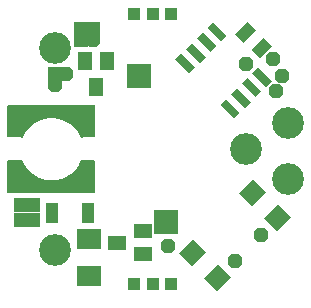
<source format=gts>
G75*
%MOIN*%
%OFA0B0*%
%FSLAX25Y25*%
%IPPOS*%
%LPD*%
%AMOC8*
5,1,8,0,0,1.08239X$1,22.5*
%
%ADD10R,0.05600X0.05600*%
%ADD11C,0.00500*%
%ADD12C,0.00160*%
%ADD13R,0.08080X0.08474*%
%ADD14R,0.04537X0.06112*%
%ADD15R,0.06899X0.06112*%
%ADD16C,0.10600*%
%ADD17R,0.06112X0.04537*%
%ADD18R,0.04143X0.06899*%
%ADD19R,0.04143X0.05718*%
%ADD20R,0.02765X0.06506*%
%ADD21R,0.08080X0.06899*%
%ADD22R,0.04756X0.04756*%
%ADD23OC8,0.04756*%
%ADD24R,0.04362X0.04362*%
D10*
X0039561Y0047189D03*
X0039561Y0070811D03*
D11*
X0042120Y0070793D02*
X0013380Y0070793D01*
X0013380Y0070295D02*
X0042120Y0070295D01*
X0042120Y0069796D02*
X0026709Y0069796D01*
X0026444Y0069838D02*
X0025121Y0069830D01*
X0023818Y0069604D01*
X0022569Y0069168D01*
X0021409Y0068533D01*
X0020369Y0067716D01*
X0019477Y0066739D01*
X0018757Y0065629D01*
X0018229Y0064417D01*
X0017907Y0063134D01*
X0013380Y0063134D01*
X0013380Y0073370D01*
X0042120Y0073370D01*
X0042120Y0063134D01*
X0037593Y0063134D01*
X0037230Y0064391D01*
X0036676Y0065576D01*
X0035942Y0066660D01*
X0035049Y0067616D01*
X0034017Y0068420D01*
X0032871Y0069053D01*
X0031641Y0069499D01*
X0030356Y0069747D01*
X0029049Y0069791D01*
X0027750Y0069630D01*
X0026444Y0069838D01*
X0024927Y0069796D02*
X0013380Y0069796D01*
X0013380Y0069298D02*
X0022941Y0069298D01*
X0021896Y0068799D02*
X0013380Y0068799D01*
X0013380Y0068301D02*
X0021114Y0068301D01*
X0020479Y0067802D02*
X0013380Y0067802D01*
X0013380Y0067303D02*
X0019993Y0067303D01*
X0019537Y0066805D02*
X0013380Y0066805D01*
X0013380Y0066306D02*
X0019197Y0066306D01*
X0018873Y0065808D02*
X0013380Y0065808D01*
X0013380Y0065309D02*
X0018618Y0065309D01*
X0018401Y0064811D02*
X0013380Y0064811D01*
X0013380Y0064312D02*
X0018203Y0064312D01*
X0018078Y0063814D02*
X0013380Y0063814D01*
X0013380Y0063315D02*
X0017953Y0063315D01*
X0017907Y0054866D02*
X0013380Y0054866D01*
X0013380Y0044630D01*
X0042120Y0044630D01*
X0042120Y0054866D01*
X0037593Y0054866D01*
X0037271Y0053583D01*
X0036743Y0052371D01*
X0036023Y0051261D01*
X0035131Y0050284D01*
X0034091Y0049467D01*
X0032931Y0048832D01*
X0031682Y0048396D01*
X0030379Y0048170D01*
X0029056Y0048162D01*
X0027750Y0048370D01*
X0026451Y0048209D01*
X0025144Y0048253D01*
X0023859Y0048501D01*
X0022629Y0048947D01*
X0021483Y0049580D01*
X0020451Y0050384D01*
X0019558Y0051340D01*
X0018824Y0052424D01*
X0018270Y0053609D01*
X0017907Y0054866D01*
X0017915Y0054841D02*
X0013380Y0054841D01*
X0013380Y0054342D02*
X0018058Y0054342D01*
X0018202Y0053844D02*
X0013380Y0053844D01*
X0013380Y0053345D02*
X0018393Y0053345D01*
X0018626Y0052847D02*
X0013380Y0052847D01*
X0013380Y0052348D02*
X0018875Y0052348D01*
X0019213Y0051850D02*
X0013380Y0051850D01*
X0013380Y0051351D02*
X0019550Y0051351D01*
X0020013Y0050853D02*
X0013380Y0050853D01*
X0013380Y0050354D02*
X0020489Y0050354D01*
X0021129Y0049856D02*
X0013380Y0049856D01*
X0013380Y0049357D02*
X0021886Y0049357D01*
X0022872Y0048859D02*
X0013380Y0048859D01*
X0013380Y0048360D02*
X0024588Y0048360D01*
X0027669Y0048360D02*
X0027813Y0048360D01*
X0031475Y0048360D02*
X0042120Y0048360D01*
X0042120Y0047862D02*
X0013380Y0047862D01*
X0013380Y0047363D02*
X0042120Y0047363D01*
X0042120Y0046865D02*
X0013380Y0046865D01*
X0013380Y0046366D02*
X0042120Y0046366D01*
X0042120Y0045868D02*
X0013380Y0045868D01*
X0013380Y0045369D02*
X0042120Y0045369D01*
X0042120Y0044870D02*
X0013380Y0044870D01*
X0032979Y0048859D02*
X0042120Y0048859D01*
X0042120Y0049357D02*
X0033889Y0049357D01*
X0034585Y0049856D02*
X0042120Y0049856D01*
X0042120Y0050354D02*
X0035194Y0050354D01*
X0035650Y0050853D02*
X0042120Y0050853D01*
X0042120Y0051351D02*
X0036081Y0051351D01*
X0036405Y0051850D02*
X0042120Y0051850D01*
X0042120Y0052348D02*
X0036728Y0052348D01*
X0036950Y0052847D02*
X0042120Y0052847D01*
X0042120Y0053345D02*
X0037167Y0053345D01*
X0037336Y0053844D02*
X0042120Y0053844D01*
X0042120Y0054342D02*
X0037461Y0054342D01*
X0037586Y0054841D02*
X0042120Y0054841D01*
X0042120Y0063315D02*
X0037540Y0063315D01*
X0037397Y0063814D02*
X0042120Y0063814D01*
X0042120Y0064312D02*
X0037253Y0064312D01*
X0037034Y0064811D02*
X0042120Y0064811D01*
X0042120Y0065309D02*
X0036801Y0065309D01*
X0036519Y0065808D02*
X0042120Y0065808D01*
X0042120Y0066306D02*
X0036182Y0066306D01*
X0035807Y0066805D02*
X0042120Y0066805D01*
X0042120Y0067303D02*
X0035341Y0067303D01*
X0034810Y0067802D02*
X0042120Y0067802D01*
X0042120Y0068301D02*
X0034170Y0068301D01*
X0033331Y0068799D02*
X0042120Y0068799D01*
X0042120Y0069298D02*
X0032197Y0069298D01*
X0042120Y0071292D02*
X0013380Y0071292D01*
X0013380Y0071790D02*
X0042120Y0071790D01*
X0042120Y0072289D02*
X0013380Y0072289D01*
X0013380Y0072787D02*
X0042120Y0072787D01*
X0042120Y0073286D02*
X0013380Y0073286D01*
D12*
X0016646Y0054357D02*
X0017973Y0054915D01*
X0018078Y0054677D01*
X0018190Y0054442D01*
X0018306Y0054210D01*
X0018429Y0053981D01*
X0018557Y0053755D01*
X0018691Y0053532D01*
X0018830Y0053312D01*
X0018974Y0053096D01*
X0019124Y0052883D01*
X0019278Y0052674D01*
X0019438Y0052469D01*
X0019603Y0052268D01*
X0019772Y0052071D01*
X0019946Y0051878D01*
X0020125Y0051690D01*
X0020309Y0051506D01*
X0020497Y0051326D01*
X0020689Y0051151D01*
X0020886Y0050981D01*
X0021086Y0050816D01*
X0021291Y0050655D01*
X0021499Y0050500D01*
X0021711Y0050350D01*
X0021927Y0050204D01*
X0022146Y0050065D01*
X0022368Y0049930D01*
X0022594Y0049802D01*
X0022823Y0049678D01*
X0023055Y0049560D01*
X0023289Y0049448D01*
X0023526Y0049342D01*
X0023766Y0049242D01*
X0024008Y0049147D01*
X0024253Y0049058D01*
X0024499Y0048976D01*
X0024747Y0048899D01*
X0024998Y0048829D01*
X0025249Y0048764D01*
X0025503Y0048706D01*
X0025757Y0048654D01*
X0026013Y0048608D01*
X0026270Y0048568D01*
X0026528Y0048535D01*
X0026787Y0048508D01*
X0027046Y0048487D01*
X0027305Y0048473D01*
X0027565Y0048465D01*
X0027825Y0048463D01*
X0028085Y0048468D01*
X0028344Y0048479D01*
X0028604Y0048496D01*
X0028863Y0048520D01*
X0029121Y0048550D01*
X0029378Y0048586D01*
X0029635Y0048628D01*
X0029890Y0048677D01*
X0030144Y0048732D01*
X0030397Y0048793D01*
X0030648Y0048860D01*
X0030897Y0048934D01*
X0031145Y0049013D01*
X0031390Y0049099D01*
X0031633Y0049190D01*
X0031875Y0049287D01*
X0032113Y0049390D01*
X0032349Y0049499D01*
X0032582Y0049614D01*
X0032813Y0049734D01*
X0033040Y0049860D01*
X0033264Y0049992D01*
X0033485Y0050128D01*
X0033703Y0050271D01*
X0033917Y0050418D01*
X0034127Y0050571D01*
X0034334Y0050728D01*
X0034537Y0050891D01*
X0034735Y0051059D01*
X0034930Y0051231D01*
X0035120Y0051408D01*
X0035306Y0051590D01*
X0035488Y0051776D01*
X0035664Y0051967D01*
X0035837Y0052161D01*
X0036004Y0052360D01*
X0036166Y0052563D01*
X0036324Y0052770D01*
X0036476Y0052981D01*
X0036623Y0053195D01*
X0036765Y0053413D01*
X0036901Y0053634D01*
X0037033Y0053858D01*
X0037158Y0054086D01*
X0037278Y0054317D01*
X0037392Y0054550D01*
X0037501Y0054786D01*
X0037604Y0055025D01*
X0038937Y0054482D01*
X0038821Y0054210D01*
X0038698Y0053942D01*
X0038568Y0053677D01*
X0038432Y0053415D01*
X0038290Y0053156D01*
X0038141Y0052901D01*
X0037986Y0052649D01*
X0037825Y0052402D01*
X0037658Y0052158D01*
X0037485Y0051919D01*
X0037307Y0051684D01*
X0037122Y0051453D01*
X0036932Y0051227D01*
X0036737Y0051006D01*
X0036536Y0050789D01*
X0036330Y0050578D01*
X0036119Y0050371D01*
X0035903Y0050170D01*
X0035682Y0049974D01*
X0035457Y0049783D01*
X0035227Y0049598D01*
X0034992Y0049419D01*
X0034753Y0049246D01*
X0034510Y0049078D01*
X0034263Y0048916D01*
X0034012Y0048761D01*
X0033757Y0048611D01*
X0033499Y0048468D01*
X0033237Y0048331D01*
X0032972Y0048201D01*
X0032704Y0048077D01*
X0032433Y0047960D01*
X0032159Y0047849D01*
X0031883Y0047745D01*
X0031604Y0047648D01*
X0031323Y0047558D01*
X0031040Y0047475D01*
X0030755Y0047398D01*
X0030468Y0047329D01*
X0030179Y0047266D01*
X0029889Y0047211D01*
X0029598Y0047163D01*
X0029305Y0047121D01*
X0029012Y0047087D01*
X0028718Y0047061D01*
X0028423Y0047041D01*
X0028128Y0047028D01*
X0027833Y0047023D01*
X0027538Y0047025D01*
X0027243Y0047034D01*
X0026948Y0047051D01*
X0026653Y0047074D01*
X0026360Y0047105D01*
X0026067Y0047143D01*
X0025775Y0047188D01*
X0025484Y0047240D01*
X0025195Y0047299D01*
X0024907Y0047365D01*
X0024621Y0047439D01*
X0024337Y0047519D01*
X0024055Y0047606D01*
X0023775Y0047700D01*
X0023498Y0047801D01*
X0023223Y0047908D01*
X0022950Y0048022D01*
X0022681Y0048143D01*
X0022414Y0048271D01*
X0022151Y0048404D01*
X0021891Y0048545D01*
X0021635Y0048691D01*
X0021382Y0048844D01*
X0021133Y0049003D01*
X0020888Y0049168D01*
X0020648Y0049338D01*
X0020411Y0049515D01*
X0020179Y0049697D01*
X0019951Y0049885D01*
X0019728Y0050079D01*
X0019510Y0050278D01*
X0019296Y0050482D01*
X0019088Y0050691D01*
X0018885Y0050905D01*
X0018687Y0051125D01*
X0018495Y0051349D01*
X0018308Y0051577D01*
X0018126Y0051810D01*
X0017951Y0052048D01*
X0017781Y0052289D01*
X0017617Y0052535D01*
X0017460Y0052785D01*
X0017308Y0053038D01*
X0017163Y0053295D01*
X0017024Y0053556D01*
X0016891Y0053819D01*
X0016765Y0054086D01*
X0016645Y0054356D01*
X0016785Y0054415D01*
X0016903Y0054148D01*
X0017027Y0053885D01*
X0017158Y0053624D01*
X0017296Y0053367D01*
X0017439Y0053113D01*
X0017589Y0052863D01*
X0017744Y0052616D01*
X0017906Y0052374D01*
X0018074Y0052135D01*
X0018247Y0051901D01*
X0018426Y0051671D01*
X0018611Y0051445D01*
X0018801Y0051224D01*
X0018996Y0051007D01*
X0019197Y0050796D01*
X0019402Y0050589D01*
X0019613Y0050388D01*
X0019829Y0050191D01*
X0020049Y0050000D01*
X0020274Y0049815D01*
X0020503Y0049635D01*
X0020737Y0049460D01*
X0020975Y0049292D01*
X0021217Y0049129D01*
X0021462Y0048972D01*
X0021712Y0048821D01*
X0021965Y0048676D01*
X0022222Y0048538D01*
X0022482Y0048406D01*
X0022745Y0048280D01*
X0023011Y0048161D01*
X0023280Y0048048D01*
X0023551Y0047942D01*
X0023825Y0047842D01*
X0024102Y0047750D01*
X0024380Y0047664D01*
X0024661Y0047584D01*
X0024943Y0047512D01*
X0025227Y0047447D01*
X0025513Y0047388D01*
X0025800Y0047337D01*
X0026088Y0047292D01*
X0026377Y0047255D01*
X0026667Y0047225D01*
X0026958Y0047201D01*
X0027249Y0047185D01*
X0027541Y0047176D01*
X0027832Y0047174D01*
X0028124Y0047179D01*
X0028415Y0047192D01*
X0028706Y0047211D01*
X0028996Y0047238D01*
X0029286Y0047271D01*
X0029575Y0047312D01*
X0029862Y0047360D01*
X0030149Y0047414D01*
X0030434Y0047476D01*
X0030717Y0047544D01*
X0030999Y0047620D01*
X0031278Y0047702D01*
X0031556Y0047791D01*
X0031831Y0047887D01*
X0032104Y0047990D01*
X0032375Y0048099D01*
X0032642Y0048215D01*
X0032907Y0048337D01*
X0033168Y0048466D01*
X0033427Y0048601D01*
X0033682Y0048742D01*
X0033933Y0048890D01*
X0034181Y0049043D01*
X0034425Y0049203D01*
X0034665Y0049368D01*
X0034901Y0049540D01*
X0035133Y0049717D01*
X0035360Y0049899D01*
X0035583Y0050088D01*
X0035801Y0050281D01*
X0036014Y0050480D01*
X0036223Y0050684D01*
X0036426Y0050893D01*
X0036624Y0051106D01*
X0036817Y0051325D01*
X0037005Y0051548D01*
X0037187Y0051776D01*
X0037363Y0052008D01*
X0037534Y0052245D01*
X0037699Y0052485D01*
X0037858Y0052729D01*
X0038011Y0052978D01*
X0038158Y0053230D01*
X0038298Y0053485D01*
X0038433Y0053744D01*
X0038561Y0054006D01*
X0038682Y0054271D01*
X0038798Y0054539D01*
X0038658Y0054596D01*
X0038544Y0054331D01*
X0038424Y0054069D01*
X0038298Y0053811D01*
X0038165Y0053555D01*
X0038026Y0053303D01*
X0037881Y0053055D01*
X0037730Y0052810D01*
X0037573Y0052568D01*
X0037410Y0052331D01*
X0037242Y0052097D01*
X0037067Y0051868D01*
X0036888Y0051643D01*
X0036702Y0051423D01*
X0036512Y0051207D01*
X0036316Y0050996D01*
X0036115Y0050790D01*
X0035910Y0050589D01*
X0035699Y0050392D01*
X0035484Y0050201D01*
X0035264Y0050016D01*
X0035039Y0049835D01*
X0034811Y0049661D01*
X0034578Y0049491D01*
X0034341Y0049328D01*
X0034100Y0049170D01*
X0033855Y0049019D01*
X0033607Y0048873D01*
X0033355Y0048734D01*
X0033100Y0048600D01*
X0032842Y0048473D01*
X0032580Y0048353D01*
X0032316Y0048238D01*
X0032049Y0048131D01*
X0031780Y0048029D01*
X0031508Y0047935D01*
X0031234Y0047847D01*
X0030958Y0047765D01*
X0030679Y0047691D01*
X0030400Y0047623D01*
X0030118Y0047562D01*
X0029836Y0047508D01*
X0029552Y0047461D01*
X0029267Y0047421D01*
X0028981Y0047388D01*
X0028694Y0047362D01*
X0028407Y0047342D01*
X0028119Y0047330D01*
X0027831Y0047325D01*
X0027543Y0047327D01*
X0027256Y0047336D01*
X0026968Y0047352D01*
X0026681Y0047375D01*
X0026395Y0047405D01*
X0026110Y0047442D01*
X0025825Y0047486D01*
X0025542Y0047536D01*
X0025260Y0047594D01*
X0024979Y0047659D01*
X0024700Y0047730D01*
X0024423Y0047808D01*
X0024148Y0047893D01*
X0023875Y0047985D01*
X0023605Y0048083D01*
X0023337Y0048188D01*
X0023071Y0048299D01*
X0022808Y0048417D01*
X0022549Y0048541D01*
X0022292Y0048672D01*
X0022039Y0048808D01*
X0021789Y0048951D01*
X0021542Y0049100D01*
X0021300Y0049255D01*
X0021061Y0049415D01*
X0020826Y0049582D01*
X0020595Y0049754D01*
X0020369Y0049932D01*
X0020147Y0050115D01*
X0019929Y0050304D01*
X0019717Y0050498D01*
X0019509Y0050697D01*
X0019306Y0050901D01*
X0019107Y0051109D01*
X0018915Y0051323D01*
X0018727Y0051541D01*
X0018545Y0051764D01*
X0018368Y0051991D01*
X0018197Y0052223D01*
X0018031Y0052458D01*
X0017872Y0052698D01*
X0017718Y0052941D01*
X0017570Y0053188D01*
X0017428Y0053439D01*
X0017293Y0053693D01*
X0017163Y0053950D01*
X0017040Y0054210D01*
X0016924Y0054473D01*
X0017063Y0054532D01*
X0017178Y0054272D01*
X0017300Y0054015D01*
X0017427Y0053761D01*
X0017561Y0053511D01*
X0017701Y0053263D01*
X0017847Y0053020D01*
X0017999Y0052779D01*
X0018156Y0052543D01*
X0018320Y0052310D01*
X0018489Y0052082D01*
X0018663Y0051858D01*
X0018843Y0051638D01*
X0019028Y0051422D01*
X0019219Y0051211D01*
X0019414Y0051005D01*
X0019615Y0050804D01*
X0019820Y0050608D01*
X0020030Y0050416D01*
X0020245Y0050230D01*
X0020464Y0050049D01*
X0020688Y0049874D01*
X0020915Y0049704D01*
X0021147Y0049539D01*
X0021383Y0049381D01*
X0021623Y0049228D01*
X0021866Y0049081D01*
X0022112Y0048940D01*
X0022363Y0048805D01*
X0022616Y0048676D01*
X0022872Y0048554D01*
X0023132Y0048438D01*
X0023394Y0048328D01*
X0023658Y0048224D01*
X0023925Y0048127D01*
X0024195Y0048037D01*
X0024466Y0047953D01*
X0024740Y0047876D01*
X0025015Y0047805D01*
X0025292Y0047742D01*
X0025570Y0047685D01*
X0025850Y0047635D01*
X0026131Y0047591D01*
X0026413Y0047555D01*
X0026695Y0047525D01*
X0026979Y0047503D01*
X0027262Y0047487D01*
X0027546Y0047478D01*
X0027830Y0047476D01*
X0028115Y0047481D01*
X0028398Y0047493D01*
X0028682Y0047512D01*
X0028965Y0047538D01*
X0029247Y0047571D01*
X0029529Y0047610D01*
X0029809Y0047657D01*
X0030088Y0047710D01*
X0030366Y0047770D01*
X0030642Y0047837D01*
X0030916Y0047911D01*
X0031189Y0047991D01*
X0031460Y0048078D01*
X0031728Y0048171D01*
X0031994Y0048271D01*
X0032257Y0048378D01*
X0032518Y0048490D01*
X0032776Y0048609D01*
X0033031Y0048735D01*
X0033283Y0048866D01*
X0033532Y0049004D01*
X0033777Y0049148D01*
X0034018Y0049298D01*
X0034256Y0049453D01*
X0034490Y0049614D01*
X0034720Y0049781D01*
X0034946Y0049954D01*
X0035167Y0050132D01*
X0035384Y0050315D01*
X0035597Y0050504D01*
X0035805Y0050697D01*
X0036008Y0050896D01*
X0036206Y0051100D01*
X0036400Y0051308D01*
X0036588Y0051521D01*
X0036770Y0051739D01*
X0036948Y0051960D01*
X0037120Y0052187D01*
X0037286Y0052417D01*
X0037447Y0052651D01*
X0037602Y0052890D01*
X0037751Y0053131D01*
X0037894Y0053377D01*
X0038031Y0053626D01*
X0038162Y0053878D01*
X0038287Y0054133D01*
X0038406Y0054391D01*
X0038518Y0054653D01*
X0038378Y0054710D01*
X0038267Y0054452D01*
X0038150Y0054197D01*
X0038027Y0053945D01*
X0037898Y0053696D01*
X0037762Y0053451D01*
X0037621Y0053208D01*
X0037474Y0052970D01*
X0037321Y0052735D01*
X0037162Y0052503D01*
X0036998Y0052276D01*
X0036828Y0052053D01*
X0036653Y0051834D01*
X0036473Y0051619D01*
X0036287Y0051409D01*
X0036096Y0051203D01*
X0035901Y0051002D01*
X0035700Y0050806D01*
X0035495Y0050615D01*
X0035285Y0050429D01*
X0035071Y0050248D01*
X0034852Y0050072D01*
X0034629Y0049902D01*
X0034402Y0049737D01*
X0034171Y0049578D01*
X0033937Y0049425D01*
X0033698Y0049277D01*
X0033456Y0049135D01*
X0033211Y0048999D01*
X0032962Y0048869D01*
X0032711Y0048746D01*
X0032456Y0048628D01*
X0032199Y0048517D01*
X0031939Y0048412D01*
X0031676Y0048313D01*
X0031411Y0048221D01*
X0031144Y0048135D01*
X0030875Y0048056D01*
X0030604Y0047983D01*
X0030332Y0047917D01*
X0030058Y0047858D01*
X0029782Y0047805D01*
X0029506Y0047760D01*
X0029228Y0047720D01*
X0028949Y0047688D01*
X0028670Y0047663D01*
X0028390Y0047644D01*
X0028110Y0047632D01*
X0027830Y0047627D01*
X0027549Y0047629D01*
X0027269Y0047638D01*
X0026989Y0047653D01*
X0026709Y0047676D01*
X0026430Y0047705D01*
X0026152Y0047741D01*
X0025875Y0047783D01*
X0025599Y0047833D01*
X0025324Y0047889D01*
X0025051Y0047952D01*
X0024779Y0048022D01*
X0024509Y0048098D01*
X0024241Y0048181D01*
X0023975Y0048270D01*
X0023712Y0048365D01*
X0023451Y0048468D01*
X0023192Y0048576D01*
X0022936Y0048691D01*
X0022683Y0048812D01*
X0022433Y0048939D01*
X0022186Y0049072D01*
X0021943Y0049211D01*
X0021703Y0049356D01*
X0021466Y0049507D01*
X0021233Y0049663D01*
X0021005Y0049826D01*
X0020780Y0049993D01*
X0020559Y0050166D01*
X0020343Y0050345D01*
X0020131Y0050529D01*
X0019924Y0050717D01*
X0019721Y0050911D01*
X0019523Y0051110D01*
X0019330Y0051313D01*
X0019142Y0051522D01*
X0018959Y0051734D01*
X0018782Y0051951D01*
X0018609Y0052173D01*
X0018443Y0052398D01*
X0018281Y0052628D01*
X0018126Y0052861D01*
X0017976Y0053098D01*
X0017832Y0053339D01*
X0017694Y0053583D01*
X0017562Y0053830D01*
X0017436Y0054081D01*
X0017316Y0054334D01*
X0017202Y0054591D01*
X0017341Y0054649D01*
X0017454Y0054396D01*
X0017572Y0054146D01*
X0017696Y0053899D01*
X0017827Y0053655D01*
X0017963Y0053414D01*
X0018105Y0053176D01*
X0018253Y0052942D01*
X0018407Y0052712D01*
X0018566Y0052486D01*
X0018730Y0052263D01*
X0018900Y0052045D01*
X0019076Y0051831D01*
X0019256Y0051621D01*
X0019441Y0051415D01*
X0019632Y0051215D01*
X0019827Y0051019D01*
X0020027Y0050827D01*
X0020232Y0050641D01*
X0020441Y0050460D01*
X0020654Y0050284D01*
X0020872Y0050113D01*
X0021094Y0049947D01*
X0021320Y0049787D01*
X0021549Y0049633D01*
X0021783Y0049484D01*
X0022020Y0049341D01*
X0022260Y0049204D01*
X0022503Y0049072D01*
X0022750Y0048947D01*
X0023000Y0048828D01*
X0023252Y0048714D01*
X0023508Y0048607D01*
X0023765Y0048507D01*
X0024025Y0048412D01*
X0024288Y0048324D01*
X0024552Y0048243D01*
X0024819Y0048167D01*
X0025087Y0048099D01*
X0025356Y0048037D01*
X0025628Y0047981D01*
X0025900Y0047932D01*
X0026173Y0047890D01*
X0026448Y0047855D01*
X0026723Y0047826D01*
X0026999Y0047804D01*
X0027275Y0047789D01*
X0027552Y0047780D01*
X0027829Y0047778D01*
X0028105Y0047783D01*
X0028382Y0047795D01*
X0028658Y0047813D01*
X0028934Y0047838D01*
X0029209Y0047870D01*
X0029483Y0047909D01*
X0029756Y0047954D01*
X0030027Y0048006D01*
X0030298Y0048064D01*
X0030567Y0048130D01*
X0030834Y0048201D01*
X0031100Y0048279D01*
X0031363Y0048364D01*
X0031625Y0048455D01*
X0031884Y0048552D01*
X0032140Y0048656D01*
X0032394Y0048766D01*
X0032645Y0048882D01*
X0032894Y0049004D01*
X0033139Y0049132D01*
X0033381Y0049266D01*
X0033620Y0049406D01*
X0033855Y0049552D01*
X0034087Y0049703D01*
X0034315Y0049860D01*
X0034539Y0050023D01*
X0034759Y0050191D01*
X0034974Y0050364D01*
X0035186Y0050543D01*
X0035393Y0050726D01*
X0035595Y0050915D01*
X0035793Y0051108D01*
X0035986Y0051307D01*
X0036175Y0051509D01*
X0036358Y0051717D01*
X0036536Y0051929D01*
X0036709Y0052145D01*
X0036876Y0052365D01*
X0037038Y0052590D01*
X0037195Y0052818D01*
X0037346Y0053050D01*
X0037491Y0053285D01*
X0037631Y0053524D01*
X0037764Y0053767D01*
X0037892Y0054012D01*
X0038013Y0054261D01*
X0038129Y0054512D01*
X0038238Y0054766D01*
X0038098Y0054823D01*
X0037990Y0054573D01*
X0037876Y0054325D01*
X0037756Y0054079D01*
X0037631Y0053837D01*
X0037499Y0053598D01*
X0037361Y0053362D01*
X0037218Y0053130D01*
X0037069Y0052901D01*
X0036914Y0052676D01*
X0036754Y0052454D01*
X0036589Y0052237D01*
X0036419Y0052024D01*
X0036243Y0051815D01*
X0036062Y0051610D01*
X0035876Y0051410D01*
X0035686Y0051214D01*
X0035491Y0051024D01*
X0035291Y0050838D01*
X0035087Y0050656D01*
X0034878Y0050480D01*
X0034665Y0050309D01*
X0034448Y0050144D01*
X0034227Y0049983D01*
X0034002Y0049828D01*
X0033774Y0049679D01*
X0033542Y0049535D01*
X0033306Y0049397D01*
X0033067Y0049265D01*
X0032825Y0049138D01*
X0032580Y0049018D01*
X0032332Y0048903D01*
X0032082Y0048795D01*
X0031828Y0048693D01*
X0031573Y0048597D01*
X0031315Y0048507D01*
X0031055Y0048424D01*
X0030793Y0048346D01*
X0030529Y0048276D01*
X0030264Y0048212D01*
X0029997Y0048154D01*
X0029729Y0048103D01*
X0029460Y0048058D01*
X0029189Y0048020D01*
X0028918Y0047989D01*
X0028646Y0047964D01*
X0028374Y0047946D01*
X0028101Y0047934D01*
X0027828Y0047929D01*
X0027555Y0047931D01*
X0027282Y0047939D01*
X0027009Y0047955D01*
X0026737Y0047976D01*
X0026466Y0048005D01*
X0026195Y0048040D01*
X0025925Y0048081D01*
X0025656Y0048129D01*
X0025389Y0048184D01*
X0025123Y0048245D01*
X0024858Y0048313D01*
X0024595Y0048387D01*
X0024334Y0048468D01*
X0024076Y0048555D01*
X0023819Y0048648D01*
X0023565Y0048747D01*
X0023313Y0048853D01*
X0023064Y0048964D01*
X0022817Y0049082D01*
X0022574Y0049206D01*
X0022334Y0049335D01*
X0022096Y0049471D01*
X0021863Y0049612D01*
X0021633Y0049759D01*
X0021406Y0049911D01*
X0021183Y0050069D01*
X0020964Y0050232D01*
X0020750Y0050401D01*
X0020539Y0050575D01*
X0020333Y0050753D01*
X0020131Y0050937D01*
X0019933Y0051126D01*
X0019741Y0051319D01*
X0019553Y0051518D01*
X0019370Y0051720D01*
X0019192Y0051927D01*
X0019019Y0052138D01*
X0018851Y0052354D01*
X0018689Y0052573D01*
X0018532Y0052797D01*
X0018380Y0053024D01*
X0018234Y0053255D01*
X0018094Y0053489D01*
X0017959Y0053727D01*
X0017831Y0053967D01*
X0017708Y0054211D01*
X0017591Y0054458D01*
X0017481Y0054708D01*
X0017620Y0054766D01*
X0017729Y0054520D01*
X0017844Y0054277D01*
X0017965Y0054036D01*
X0018092Y0053798D01*
X0018225Y0053564D01*
X0018363Y0053333D01*
X0018507Y0053105D01*
X0018657Y0052881D01*
X0018812Y0052661D01*
X0018972Y0052444D01*
X0019137Y0052232D01*
X0019308Y0052024D01*
X0019484Y0051819D01*
X0019664Y0051620D01*
X0019849Y0051424D01*
X0020040Y0051233D01*
X0020234Y0051047D01*
X0020433Y0050866D01*
X0020637Y0050690D01*
X0020845Y0050518D01*
X0021057Y0050352D01*
X0021273Y0050191D01*
X0021492Y0050035D01*
X0021716Y0049885D01*
X0021943Y0049740D01*
X0022173Y0049601D01*
X0022407Y0049467D01*
X0022644Y0049339D01*
X0022884Y0049217D01*
X0023127Y0049101D01*
X0023373Y0048991D01*
X0023622Y0048887D01*
X0023872Y0048789D01*
X0024126Y0048697D01*
X0024381Y0048611D01*
X0024638Y0048532D01*
X0024898Y0048459D01*
X0025158Y0048392D01*
X0025421Y0048332D01*
X0025685Y0048278D01*
X0025950Y0048230D01*
X0026216Y0048189D01*
X0026483Y0048155D01*
X0026751Y0048127D01*
X0027020Y0048105D01*
X0027288Y0048090D01*
X0027558Y0048082D01*
X0027827Y0048080D01*
X0028096Y0048085D01*
X0028365Y0048096D01*
X0028634Y0048114D01*
X0028902Y0048139D01*
X0029170Y0048170D01*
X0029437Y0048207D01*
X0029702Y0048251D01*
X0029967Y0048302D01*
X0030230Y0048359D01*
X0030492Y0048422D01*
X0030752Y0048492D01*
X0031010Y0048568D01*
X0031267Y0048650D01*
X0031521Y0048739D01*
X0031773Y0048833D01*
X0032023Y0048934D01*
X0032270Y0049041D01*
X0032515Y0049154D01*
X0032757Y0049273D01*
X0032995Y0049398D01*
X0033231Y0049528D01*
X0033463Y0049664D01*
X0033692Y0049806D01*
X0033918Y0049953D01*
X0034139Y0050106D01*
X0034357Y0050264D01*
X0034571Y0050428D01*
X0034781Y0050596D01*
X0034987Y0050770D01*
X0035189Y0050949D01*
X0035386Y0051132D01*
X0035579Y0051321D01*
X0035766Y0051514D01*
X0035950Y0051711D01*
X0036128Y0051913D01*
X0036301Y0052119D01*
X0036470Y0052329D01*
X0036633Y0052544D01*
X0036790Y0052762D01*
X0036943Y0052984D01*
X0037090Y0053210D01*
X0037231Y0053439D01*
X0037367Y0053672D01*
X0037497Y0053907D01*
X0037621Y0054146D01*
X0037740Y0054388D01*
X0037852Y0054633D01*
X0037959Y0054880D01*
X0037819Y0054937D01*
X0037714Y0054693D01*
X0037603Y0054452D01*
X0037486Y0054214D01*
X0037363Y0053978D01*
X0037235Y0053745D01*
X0037101Y0053516D01*
X0036962Y0053290D01*
X0036817Y0053067D01*
X0036666Y0052848D01*
X0036511Y0052633D01*
X0036350Y0052422D01*
X0036184Y0052214D01*
X0036013Y0052011D01*
X0035837Y0051812D01*
X0035657Y0051617D01*
X0035471Y0051427D01*
X0035281Y0051241D01*
X0035087Y0051060D01*
X0034888Y0050884D01*
X0034685Y0050713D01*
X0034478Y0050546D01*
X0034267Y0050385D01*
X0034052Y0050229D01*
X0033833Y0050078D01*
X0033611Y0049933D01*
X0033385Y0049793D01*
X0033156Y0049659D01*
X0032923Y0049530D01*
X0032688Y0049407D01*
X0032449Y0049290D01*
X0032208Y0049179D01*
X0031965Y0049073D01*
X0031718Y0048974D01*
X0031470Y0048881D01*
X0031219Y0048793D01*
X0030966Y0048712D01*
X0030711Y0048637D01*
X0030454Y0048568D01*
X0030196Y0048506D01*
X0029937Y0048450D01*
X0029676Y0048400D01*
X0029414Y0048357D01*
X0029151Y0048320D01*
X0028887Y0048289D01*
X0028622Y0048265D01*
X0028357Y0048247D01*
X0028092Y0048236D01*
X0027826Y0048231D01*
X0027561Y0048233D01*
X0027295Y0048241D01*
X0027030Y0048256D01*
X0026765Y0048277D01*
X0026501Y0048305D01*
X0026237Y0048339D01*
X0025975Y0048379D01*
X0025713Y0048426D01*
X0025453Y0048479D01*
X0025194Y0048539D01*
X0024937Y0048605D01*
X0024681Y0048677D01*
X0024428Y0048755D01*
X0024176Y0048840D01*
X0023926Y0048930D01*
X0023679Y0049027D01*
X0023434Y0049130D01*
X0023191Y0049238D01*
X0022952Y0049353D01*
X0022715Y0049473D01*
X0022481Y0049599D01*
X0022250Y0049731D01*
X0022023Y0049868D01*
X0021799Y0050011D01*
X0021579Y0050159D01*
X0021362Y0050313D01*
X0021149Y0050471D01*
X0020940Y0050635D01*
X0020735Y0050804D01*
X0020534Y0050978D01*
X0020338Y0051157D01*
X0020146Y0051341D01*
X0019958Y0051529D01*
X0019775Y0051722D01*
X0019597Y0051919D01*
X0019424Y0052120D01*
X0019256Y0052326D01*
X0019093Y0052535D01*
X0018935Y0052749D01*
X0018782Y0052966D01*
X0018634Y0053187D01*
X0018492Y0053411D01*
X0018356Y0053639D01*
X0018225Y0053870D01*
X0018100Y0054105D01*
X0017980Y0054342D01*
X0017867Y0054582D01*
X0017759Y0054825D01*
X0017898Y0054883D01*
X0018004Y0054644D01*
X0018116Y0054407D01*
X0018234Y0054173D01*
X0018358Y0053942D01*
X0018487Y0053714D01*
X0018621Y0053490D01*
X0018762Y0053268D01*
X0018907Y0053050D01*
X0019058Y0052836D01*
X0019213Y0052626D01*
X0019374Y0052419D01*
X0019540Y0052216D01*
X0019711Y0052018D01*
X0019887Y0051824D01*
X0020067Y0051634D01*
X0020252Y0051448D01*
X0020441Y0051267D01*
X0020635Y0051091D01*
X0020833Y0050919D01*
X0021035Y0050753D01*
X0021241Y0050591D01*
X0021451Y0050434D01*
X0021665Y0050283D01*
X0021882Y0050137D01*
X0022103Y0049996D01*
X0022327Y0049861D01*
X0022555Y0049731D01*
X0022785Y0049607D01*
X0023019Y0049488D01*
X0023255Y0049375D01*
X0023494Y0049268D01*
X0023736Y0049167D01*
X0023980Y0049071D01*
X0024226Y0048982D01*
X0024474Y0048899D01*
X0024724Y0048821D01*
X0024976Y0048750D01*
X0025230Y0048685D01*
X0025485Y0048627D01*
X0025742Y0048574D01*
X0026000Y0048528D01*
X0026259Y0048488D01*
X0026519Y0048455D01*
X0026779Y0048427D01*
X0027040Y0048406D01*
X0027302Y0048392D01*
X0027563Y0048384D01*
X0027825Y0048382D01*
X0028087Y0048387D01*
X0028349Y0048398D01*
X0028610Y0048415D01*
X0028871Y0048439D01*
X0029131Y0048469D01*
X0029391Y0048506D01*
X0029649Y0048549D01*
X0029906Y0048598D01*
X0030162Y0048653D01*
X0030417Y0048715D01*
X0030670Y0048782D01*
X0030921Y0048856D01*
X0031171Y0048936D01*
X0031418Y0049022D01*
X0031663Y0049115D01*
X0031906Y0049213D01*
X0032146Y0049317D01*
X0032384Y0049426D01*
X0032619Y0049542D01*
X0032851Y0049663D01*
X0033081Y0049790D01*
X0033306Y0049922D01*
X0033529Y0050060D01*
X0033748Y0050204D01*
X0033964Y0050352D01*
X0034176Y0050506D01*
X0034384Y0050665D01*
X0034589Y0050829D01*
X0034789Y0050998D01*
X0034985Y0051171D01*
X0035176Y0051350D01*
X0035364Y0051533D01*
X0035547Y0051721D01*
X0035725Y0051913D01*
X0035898Y0052109D01*
X0036067Y0052309D01*
X0036230Y0052514D01*
X0036389Y0052722D01*
X0036542Y0052934D01*
X0036691Y0053150D01*
X0036834Y0053370D01*
X0036971Y0053593D01*
X0037103Y0053819D01*
X0037230Y0054048D01*
X0037351Y0054281D01*
X0037466Y0054516D01*
X0037575Y0054754D01*
X0037679Y0054994D01*
X0038854Y0063643D02*
X0037527Y0063085D01*
X0037422Y0063323D01*
X0037310Y0063558D01*
X0037194Y0063790D01*
X0037071Y0064019D01*
X0036943Y0064245D01*
X0036809Y0064468D01*
X0036670Y0064688D01*
X0036526Y0064904D01*
X0036376Y0065117D01*
X0036222Y0065326D01*
X0036062Y0065531D01*
X0035897Y0065732D01*
X0035728Y0065929D01*
X0035554Y0066122D01*
X0035375Y0066310D01*
X0035191Y0066494D01*
X0035003Y0066674D01*
X0034811Y0066849D01*
X0034614Y0067019D01*
X0034414Y0067184D01*
X0034209Y0067345D01*
X0034001Y0067500D01*
X0033789Y0067650D01*
X0033573Y0067796D01*
X0033354Y0067935D01*
X0033132Y0068070D01*
X0032906Y0068198D01*
X0032677Y0068322D01*
X0032445Y0068440D01*
X0032211Y0068552D01*
X0031974Y0068658D01*
X0031734Y0068758D01*
X0031492Y0068853D01*
X0031247Y0068942D01*
X0031001Y0069024D01*
X0030753Y0069101D01*
X0030502Y0069171D01*
X0030251Y0069236D01*
X0029997Y0069294D01*
X0029743Y0069346D01*
X0029487Y0069392D01*
X0029230Y0069432D01*
X0028972Y0069465D01*
X0028713Y0069492D01*
X0028454Y0069513D01*
X0028195Y0069527D01*
X0027935Y0069535D01*
X0027675Y0069537D01*
X0027415Y0069532D01*
X0027156Y0069521D01*
X0026896Y0069504D01*
X0026637Y0069480D01*
X0026379Y0069450D01*
X0026122Y0069414D01*
X0025865Y0069372D01*
X0025610Y0069323D01*
X0025356Y0069268D01*
X0025103Y0069207D01*
X0024852Y0069140D01*
X0024603Y0069066D01*
X0024355Y0068987D01*
X0024110Y0068901D01*
X0023867Y0068810D01*
X0023625Y0068713D01*
X0023387Y0068610D01*
X0023151Y0068501D01*
X0022918Y0068386D01*
X0022687Y0068266D01*
X0022460Y0068140D01*
X0022236Y0068008D01*
X0022015Y0067872D01*
X0021797Y0067729D01*
X0021583Y0067582D01*
X0021373Y0067429D01*
X0021166Y0067272D01*
X0020963Y0067109D01*
X0020765Y0066941D01*
X0020570Y0066769D01*
X0020380Y0066592D01*
X0020194Y0066410D01*
X0020012Y0066224D01*
X0019836Y0066033D01*
X0019663Y0065839D01*
X0019496Y0065640D01*
X0019334Y0065437D01*
X0019176Y0065230D01*
X0019024Y0065019D01*
X0018877Y0064805D01*
X0018735Y0064587D01*
X0018599Y0064366D01*
X0018467Y0064142D01*
X0018342Y0063914D01*
X0018222Y0063683D01*
X0018108Y0063450D01*
X0017999Y0063214D01*
X0017896Y0062975D01*
X0016563Y0063518D01*
X0016679Y0063790D01*
X0016802Y0064058D01*
X0016932Y0064323D01*
X0017068Y0064585D01*
X0017210Y0064844D01*
X0017359Y0065099D01*
X0017514Y0065351D01*
X0017675Y0065598D01*
X0017842Y0065842D01*
X0018015Y0066081D01*
X0018193Y0066316D01*
X0018378Y0066547D01*
X0018568Y0066773D01*
X0018763Y0066994D01*
X0018964Y0067211D01*
X0019170Y0067422D01*
X0019381Y0067629D01*
X0019597Y0067830D01*
X0019818Y0068026D01*
X0020043Y0068217D01*
X0020273Y0068402D01*
X0020508Y0068581D01*
X0020747Y0068754D01*
X0020990Y0068922D01*
X0021237Y0069084D01*
X0021488Y0069239D01*
X0021743Y0069389D01*
X0022001Y0069532D01*
X0022263Y0069669D01*
X0022528Y0069799D01*
X0022796Y0069923D01*
X0023067Y0070040D01*
X0023341Y0070151D01*
X0023617Y0070255D01*
X0023896Y0070352D01*
X0024177Y0070442D01*
X0024460Y0070525D01*
X0024745Y0070602D01*
X0025032Y0070671D01*
X0025321Y0070734D01*
X0025611Y0070789D01*
X0025902Y0070837D01*
X0026195Y0070879D01*
X0026488Y0070913D01*
X0026782Y0070939D01*
X0027077Y0070959D01*
X0027372Y0070972D01*
X0027667Y0070977D01*
X0027962Y0070975D01*
X0028257Y0070966D01*
X0028552Y0070949D01*
X0028847Y0070926D01*
X0029140Y0070895D01*
X0029433Y0070857D01*
X0029725Y0070812D01*
X0030016Y0070760D01*
X0030305Y0070701D01*
X0030593Y0070635D01*
X0030879Y0070561D01*
X0031163Y0070481D01*
X0031445Y0070394D01*
X0031725Y0070300D01*
X0032002Y0070199D01*
X0032277Y0070092D01*
X0032550Y0069978D01*
X0032819Y0069857D01*
X0033086Y0069729D01*
X0033349Y0069596D01*
X0033609Y0069455D01*
X0033865Y0069309D01*
X0034118Y0069156D01*
X0034367Y0068997D01*
X0034612Y0068832D01*
X0034852Y0068662D01*
X0035089Y0068485D01*
X0035321Y0068303D01*
X0035549Y0068115D01*
X0035772Y0067921D01*
X0035990Y0067722D01*
X0036204Y0067518D01*
X0036412Y0067309D01*
X0036615Y0067095D01*
X0036813Y0066875D01*
X0037005Y0066651D01*
X0037192Y0066423D01*
X0037374Y0066190D01*
X0037549Y0065952D01*
X0037719Y0065711D01*
X0037883Y0065465D01*
X0038040Y0065215D01*
X0038192Y0064962D01*
X0038337Y0064705D01*
X0038476Y0064444D01*
X0038609Y0064181D01*
X0038735Y0063914D01*
X0038855Y0063644D01*
X0038715Y0063585D01*
X0038597Y0063852D01*
X0038473Y0064115D01*
X0038342Y0064376D01*
X0038204Y0064633D01*
X0038061Y0064887D01*
X0037911Y0065137D01*
X0037756Y0065384D01*
X0037594Y0065626D01*
X0037426Y0065865D01*
X0037253Y0066099D01*
X0037074Y0066329D01*
X0036889Y0066555D01*
X0036699Y0066776D01*
X0036504Y0066993D01*
X0036303Y0067204D01*
X0036098Y0067411D01*
X0035887Y0067612D01*
X0035671Y0067809D01*
X0035451Y0068000D01*
X0035226Y0068185D01*
X0034997Y0068365D01*
X0034763Y0068540D01*
X0034525Y0068708D01*
X0034283Y0068871D01*
X0034038Y0069028D01*
X0033788Y0069179D01*
X0033535Y0069324D01*
X0033278Y0069462D01*
X0033018Y0069594D01*
X0032755Y0069720D01*
X0032489Y0069839D01*
X0032220Y0069952D01*
X0031949Y0070058D01*
X0031675Y0070158D01*
X0031398Y0070250D01*
X0031120Y0070336D01*
X0030839Y0070416D01*
X0030557Y0070488D01*
X0030273Y0070553D01*
X0029987Y0070612D01*
X0029700Y0070663D01*
X0029412Y0070708D01*
X0029123Y0070745D01*
X0028833Y0070775D01*
X0028542Y0070799D01*
X0028251Y0070815D01*
X0027959Y0070824D01*
X0027668Y0070826D01*
X0027376Y0070821D01*
X0027085Y0070808D01*
X0026794Y0070789D01*
X0026504Y0070762D01*
X0026214Y0070729D01*
X0025925Y0070688D01*
X0025638Y0070640D01*
X0025351Y0070586D01*
X0025066Y0070524D01*
X0024783Y0070456D01*
X0024501Y0070380D01*
X0024222Y0070298D01*
X0023944Y0070209D01*
X0023669Y0070113D01*
X0023396Y0070010D01*
X0023125Y0069901D01*
X0022858Y0069785D01*
X0022593Y0069663D01*
X0022332Y0069534D01*
X0022073Y0069399D01*
X0021818Y0069258D01*
X0021567Y0069110D01*
X0021319Y0068957D01*
X0021075Y0068797D01*
X0020835Y0068632D01*
X0020599Y0068460D01*
X0020367Y0068283D01*
X0020140Y0068101D01*
X0019917Y0067912D01*
X0019699Y0067719D01*
X0019486Y0067520D01*
X0019277Y0067316D01*
X0019074Y0067107D01*
X0018876Y0066894D01*
X0018683Y0066675D01*
X0018495Y0066452D01*
X0018313Y0066224D01*
X0018137Y0065992D01*
X0017966Y0065755D01*
X0017801Y0065515D01*
X0017642Y0065271D01*
X0017489Y0065022D01*
X0017342Y0064770D01*
X0017202Y0064515D01*
X0017067Y0064256D01*
X0016939Y0063994D01*
X0016818Y0063729D01*
X0016702Y0063461D01*
X0016842Y0063404D01*
X0016956Y0063669D01*
X0017076Y0063931D01*
X0017202Y0064189D01*
X0017335Y0064445D01*
X0017474Y0064697D01*
X0017619Y0064945D01*
X0017770Y0065190D01*
X0017927Y0065432D01*
X0018090Y0065669D01*
X0018258Y0065903D01*
X0018433Y0066132D01*
X0018612Y0066357D01*
X0018798Y0066577D01*
X0018988Y0066793D01*
X0019184Y0067004D01*
X0019385Y0067210D01*
X0019590Y0067411D01*
X0019801Y0067608D01*
X0020016Y0067799D01*
X0020236Y0067984D01*
X0020461Y0068165D01*
X0020689Y0068339D01*
X0020922Y0068509D01*
X0021159Y0068672D01*
X0021400Y0068830D01*
X0021645Y0068981D01*
X0021893Y0069127D01*
X0022145Y0069266D01*
X0022400Y0069400D01*
X0022658Y0069527D01*
X0022920Y0069647D01*
X0023184Y0069762D01*
X0023451Y0069869D01*
X0023720Y0069971D01*
X0023992Y0070065D01*
X0024266Y0070153D01*
X0024542Y0070235D01*
X0024821Y0070309D01*
X0025100Y0070377D01*
X0025382Y0070438D01*
X0025664Y0070492D01*
X0025948Y0070539D01*
X0026233Y0070579D01*
X0026519Y0070612D01*
X0026806Y0070638D01*
X0027093Y0070658D01*
X0027381Y0070670D01*
X0027669Y0070675D01*
X0027957Y0070673D01*
X0028244Y0070664D01*
X0028532Y0070648D01*
X0028819Y0070625D01*
X0029105Y0070595D01*
X0029390Y0070558D01*
X0029675Y0070514D01*
X0029958Y0070464D01*
X0030240Y0070406D01*
X0030521Y0070341D01*
X0030800Y0070270D01*
X0031077Y0070192D01*
X0031352Y0070107D01*
X0031625Y0070015D01*
X0031895Y0069917D01*
X0032163Y0069812D01*
X0032429Y0069701D01*
X0032692Y0069583D01*
X0032951Y0069459D01*
X0033208Y0069328D01*
X0033461Y0069192D01*
X0033711Y0069049D01*
X0033958Y0068900D01*
X0034200Y0068745D01*
X0034439Y0068585D01*
X0034674Y0068418D01*
X0034905Y0068246D01*
X0035131Y0068068D01*
X0035353Y0067885D01*
X0035571Y0067696D01*
X0035783Y0067502D01*
X0035991Y0067303D01*
X0036194Y0067099D01*
X0036393Y0066891D01*
X0036585Y0066677D01*
X0036773Y0066459D01*
X0036955Y0066236D01*
X0037132Y0066009D01*
X0037303Y0065777D01*
X0037469Y0065542D01*
X0037628Y0065302D01*
X0037782Y0065059D01*
X0037930Y0064812D01*
X0038072Y0064561D01*
X0038207Y0064307D01*
X0038337Y0064050D01*
X0038460Y0063790D01*
X0038576Y0063527D01*
X0038437Y0063468D01*
X0038322Y0063728D01*
X0038200Y0063985D01*
X0038073Y0064239D01*
X0037939Y0064489D01*
X0037799Y0064737D01*
X0037653Y0064980D01*
X0037501Y0065221D01*
X0037344Y0065457D01*
X0037180Y0065690D01*
X0037011Y0065918D01*
X0036837Y0066142D01*
X0036657Y0066362D01*
X0036472Y0066578D01*
X0036281Y0066789D01*
X0036086Y0066995D01*
X0035885Y0067196D01*
X0035680Y0067392D01*
X0035470Y0067584D01*
X0035255Y0067770D01*
X0035036Y0067951D01*
X0034812Y0068126D01*
X0034585Y0068296D01*
X0034353Y0068461D01*
X0034117Y0068619D01*
X0033877Y0068772D01*
X0033634Y0068919D01*
X0033388Y0069060D01*
X0033137Y0069195D01*
X0032884Y0069324D01*
X0032628Y0069446D01*
X0032368Y0069562D01*
X0032106Y0069672D01*
X0031842Y0069776D01*
X0031575Y0069873D01*
X0031305Y0069963D01*
X0031034Y0070047D01*
X0030760Y0070124D01*
X0030485Y0070195D01*
X0030208Y0070258D01*
X0029930Y0070315D01*
X0029650Y0070365D01*
X0029369Y0070409D01*
X0029087Y0070445D01*
X0028805Y0070475D01*
X0028521Y0070497D01*
X0028238Y0070513D01*
X0027954Y0070522D01*
X0027670Y0070524D01*
X0027385Y0070519D01*
X0027102Y0070507D01*
X0026818Y0070488D01*
X0026535Y0070462D01*
X0026253Y0070429D01*
X0025971Y0070390D01*
X0025691Y0070343D01*
X0025412Y0070290D01*
X0025134Y0070230D01*
X0024858Y0070163D01*
X0024584Y0070089D01*
X0024311Y0070009D01*
X0024040Y0069922D01*
X0023772Y0069829D01*
X0023506Y0069729D01*
X0023243Y0069622D01*
X0022982Y0069510D01*
X0022724Y0069391D01*
X0022469Y0069265D01*
X0022217Y0069134D01*
X0021968Y0068996D01*
X0021723Y0068852D01*
X0021482Y0068702D01*
X0021244Y0068547D01*
X0021010Y0068386D01*
X0020780Y0068219D01*
X0020554Y0068046D01*
X0020333Y0067868D01*
X0020116Y0067685D01*
X0019903Y0067496D01*
X0019695Y0067303D01*
X0019492Y0067104D01*
X0019294Y0066900D01*
X0019100Y0066692D01*
X0018912Y0066479D01*
X0018730Y0066261D01*
X0018552Y0066040D01*
X0018380Y0065813D01*
X0018214Y0065583D01*
X0018053Y0065349D01*
X0017898Y0065110D01*
X0017749Y0064869D01*
X0017606Y0064623D01*
X0017469Y0064374D01*
X0017338Y0064122D01*
X0017213Y0063867D01*
X0017094Y0063609D01*
X0016982Y0063347D01*
X0017122Y0063290D01*
X0017233Y0063548D01*
X0017350Y0063803D01*
X0017473Y0064055D01*
X0017602Y0064304D01*
X0017738Y0064549D01*
X0017879Y0064792D01*
X0018026Y0065030D01*
X0018179Y0065265D01*
X0018338Y0065497D01*
X0018502Y0065724D01*
X0018672Y0065947D01*
X0018847Y0066166D01*
X0019027Y0066381D01*
X0019213Y0066591D01*
X0019404Y0066797D01*
X0019599Y0066998D01*
X0019800Y0067194D01*
X0020005Y0067385D01*
X0020215Y0067571D01*
X0020429Y0067752D01*
X0020648Y0067928D01*
X0020871Y0068098D01*
X0021098Y0068263D01*
X0021329Y0068422D01*
X0021563Y0068575D01*
X0021802Y0068723D01*
X0022044Y0068865D01*
X0022289Y0069001D01*
X0022538Y0069131D01*
X0022789Y0069254D01*
X0023044Y0069372D01*
X0023301Y0069483D01*
X0023561Y0069588D01*
X0023824Y0069687D01*
X0024089Y0069779D01*
X0024356Y0069865D01*
X0024625Y0069944D01*
X0024896Y0070017D01*
X0025168Y0070083D01*
X0025442Y0070142D01*
X0025718Y0070195D01*
X0025994Y0070240D01*
X0026272Y0070280D01*
X0026551Y0070312D01*
X0026830Y0070337D01*
X0027110Y0070356D01*
X0027390Y0070368D01*
X0027670Y0070373D01*
X0027951Y0070371D01*
X0028231Y0070362D01*
X0028511Y0070347D01*
X0028791Y0070324D01*
X0029070Y0070295D01*
X0029348Y0070259D01*
X0029625Y0070217D01*
X0029901Y0070167D01*
X0030176Y0070111D01*
X0030449Y0070048D01*
X0030721Y0069978D01*
X0030991Y0069902D01*
X0031259Y0069819D01*
X0031525Y0069730D01*
X0031788Y0069635D01*
X0032049Y0069532D01*
X0032308Y0069424D01*
X0032564Y0069309D01*
X0032817Y0069188D01*
X0033067Y0069061D01*
X0033314Y0068928D01*
X0033557Y0068789D01*
X0033797Y0068644D01*
X0034034Y0068493D01*
X0034267Y0068337D01*
X0034495Y0068174D01*
X0034720Y0068007D01*
X0034941Y0067834D01*
X0035157Y0067655D01*
X0035369Y0067471D01*
X0035576Y0067283D01*
X0035779Y0067089D01*
X0035977Y0066890D01*
X0036170Y0066687D01*
X0036358Y0066478D01*
X0036541Y0066266D01*
X0036718Y0066049D01*
X0036891Y0065827D01*
X0037057Y0065602D01*
X0037219Y0065372D01*
X0037374Y0065139D01*
X0037524Y0064902D01*
X0037668Y0064661D01*
X0037806Y0064417D01*
X0037938Y0064170D01*
X0038064Y0063919D01*
X0038184Y0063666D01*
X0038298Y0063409D01*
X0038159Y0063351D01*
X0038046Y0063604D01*
X0037928Y0063854D01*
X0037804Y0064101D01*
X0037673Y0064345D01*
X0037537Y0064586D01*
X0037395Y0064824D01*
X0037247Y0065058D01*
X0037093Y0065288D01*
X0036934Y0065514D01*
X0036770Y0065737D01*
X0036600Y0065955D01*
X0036424Y0066169D01*
X0036244Y0066379D01*
X0036059Y0066585D01*
X0035868Y0066785D01*
X0035673Y0066981D01*
X0035473Y0067173D01*
X0035268Y0067359D01*
X0035059Y0067540D01*
X0034846Y0067716D01*
X0034628Y0067887D01*
X0034406Y0068053D01*
X0034180Y0068213D01*
X0033951Y0068367D01*
X0033717Y0068516D01*
X0033480Y0068659D01*
X0033240Y0068796D01*
X0032997Y0068928D01*
X0032750Y0069053D01*
X0032500Y0069172D01*
X0032248Y0069286D01*
X0031992Y0069393D01*
X0031735Y0069493D01*
X0031475Y0069588D01*
X0031212Y0069676D01*
X0030948Y0069757D01*
X0030681Y0069833D01*
X0030413Y0069901D01*
X0030144Y0069963D01*
X0029872Y0070019D01*
X0029600Y0070068D01*
X0029327Y0070110D01*
X0029052Y0070145D01*
X0028777Y0070174D01*
X0028501Y0070196D01*
X0028225Y0070211D01*
X0027948Y0070220D01*
X0027671Y0070222D01*
X0027395Y0070217D01*
X0027118Y0070205D01*
X0026842Y0070187D01*
X0026566Y0070162D01*
X0026291Y0070130D01*
X0026017Y0070091D01*
X0025744Y0070046D01*
X0025473Y0069994D01*
X0025202Y0069936D01*
X0024933Y0069870D01*
X0024666Y0069799D01*
X0024400Y0069721D01*
X0024137Y0069636D01*
X0023875Y0069545D01*
X0023616Y0069448D01*
X0023360Y0069344D01*
X0023106Y0069234D01*
X0022855Y0069118D01*
X0022606Y0068996D01*
X0022361Y0068868D01*
X0022119Y0068734D01*
X0021880Y0068594D01*
X0021645Y0068448D01*
X0021413Y0068297D01*
X0021185Y0068140D01*
X0020961Y0067977D01*
X0020741Y0067809D01*
X0020526Y0067636D01*
X0020314Y0067457D01*
X0020107Y0067274D01*
X0019905Y0067085D01*
X0019707Y0066892D01*
X0019514Y0066693D01*
X0019325Y0066491D01*
X0019142Y0066283D01*
X0018964Y0066071D01*
X0018791Y0065855D01*
X0018624Y0065635D01*
X0018462Y0065410D01*
X0018305Y0065182D01*
X0018154Y0064950D01*
X0018009Y0064715D01*
X0017869Y0064476D01*
X0017736Y0064233D01*
X0017608Y0063988D01*
X0017487Y0063739D01*
X0017371Y0063488D01*
X0017262Y0063234D01*
X0017402Y0063177D01*
X0017510Y0063427D01*
X0017624Y0063675D01*
X0017744Y0063921D01*
X0017869Y0064163D01*
X0018001Y0064402D01*
X0018139Y0064638D01*
X0018282Y0064870D01*
X0018431Y0065099D01*
X0018586Y0065324D01*
X0018746Y0065546D01*
X0018911Y0065763D01*
X0019081Y0065976D01*
X0019257Y0066185D01*
X0019438Y0066390D01*
X0019624Y0066590D01*
X0019814Y0066786D01*
X0020009Y0066976D01*
X0020209Y0067162D01*
X0020413Y0067344D01*
X0020622Y0067520D01*
X0020835Y0067691D01*
X0021052Y0067856D01*
X0021273Y0068017D01*
X0021498Y0068172D01*
X0021726Y0068321D01*
X0021958Y0068465D01*
X0022194Y0068603D01*
X0022433Y0068735D01*
X0022675Y0068862D01*
X0022920Y0068982D01*
X0023168Y0069097D01*
X0023418Y0069205D01*
X0023672Y0069307D01*
X0023927Y0069403D01*
X0024185Y0069493D01*
X0024445Y0069576D01*
X0024707Y0069654D01*
X0024971Y0069724D01*
X0025236Y0069788D01*
X0025503Y0069846D01*
X0025771Y0069897D01*
X0026040Y0069942D01*
X0026311Y0069980D01*
X0026582Y0070011D01*
X0026854Y0070036D01*
X0027126Y0070054D01*
X0027399Y0070066D01*
X0027672Y0070071D01*
X0027945Y0070069D01*
X0028218Y0070061D01*
X0028491Y0070045D01*
X0028763Y0070024D01*
X0029034Y0069995D01*
X0029305Y0069960D01*
X0029575Y0069919D01*
X0029844Y0069871D01*
X0030111Y0069816D01*
X0030377Y0069755D01*
X0030642Y0069687D01*
X0030905Y0069613D01*
X0031166Y0069532D01*
X0031424Y0069445D01*
X0031681Y0069352D01*
X0031935Y0069253D01*
X0032187Y0069147D01*
X0032436Y0069036D01*
X0032683Y0068918D01*
X0032926Y0068794D01*
X0033166Y0068665D01*
X0033404Y0068529D01*
X0033637Y0068388D01*
X0033867Y0068241D01*
X0034094Y0068089D01*
X0034317Y0067931D01*
X0034536Y0067768D01*
X0034750Y0067599D01*
X0034961Y0067425D01*
X0035167Y0067247D01*
X0035369Y0067063D01*
X0035567Y0066874D01*
X0035759Y0066681D01*
X0035947Y0066482D01*
X0036130Y0066280D01*
X0036308Y0066073D01*
X0036481Y0065862D01*
X0036649Y0065646D01*
X0036811Y0065427D01*
X0036968Y0065203D01*
X0037120Y0064976D01*
X0037266Y0064745D01*
X0037406Y0064511D01*
X0037541Y0064273D01*
X0037669Y0064033D01*
X0037792Y0063789D01*
X0037909Y0063542D01*
X0038019Y0063292D01*
X0037880Y0063234D01*
X0037771Y0063480D01*
X0037656Y0063723D01*
X0037535Y0063964D01*
X0037408Y0064202D01*
X0037275Y0064436D01*
X0037137Y0064667D01*
X0036993Y0064895D01*
X0036843Y0065119D01*
X0036688Y0065339D01*
X0036528Y0065556D01*
X0036363Y0065768D01*
X0036192Y0065976D01*
X0036016Y0066181D01*
X0035836Y0066380D01*
X0035651Y0066576D01*
X0035460Y0066767D01*
X0035266Y0066953D01*
X0035067Y0067134D01*
X0034863Y0067310D01*
X0034655Y0067482D01*
X0034443Y0067648D01*
X0034227Y0067809D01*
X0034008Y0067965D01*
X0033784Y0068115D01*
X0033557Y0068260D01*
X0033327Y0068399D01*
X0033093Y0068533D01*
X0032856Y0068661D01*
X0032616Y0068783D01*
X0032373Y0068899D01*
X0032127Y0069009D01*
X0031878Y0069113D01*
X0031628Y0069211D01*
X0031374Y0069303D01*
X0031119Y0069389D01*
X0030862Y0069468D01*
X0030602Y0069541D01*
X0030342Y0069608D01*
X0030079Y0069668D01*
X0029815Y0069722D01*
X0029550Y0069770D01*
X0029284Y0069811D01*
X0029017Y0069845D01*
X0028749Y0069873D01*
X0028480Y0069895D01*
X0028212Y0069910D01*
X0027942Y0069918D01*
X0027673Y0069920D01*
X0027404Y0069915D01*
X0027135Y0069904D01*
X0026866Y0069886D01*
X0026598Y0069861D01*
X0026330Y0069830D01*
X0026063Y0069793D01*
X0025798Y0069749D01*
X0025533Y0069698D01*
X0025270Y0069641D01*
X0025008Y0069578D01*
X0024748Y0069508D01*
X0024490Y0069432D01*
X0024233Y0069350D01*
X0023979Y0069261D01*
X0023727Y0069167D01*
X0023477Y0069066D01*
X0023230Y0068959D01*
X0022985Y0068846D01*
X0022743Y0068727D01*
X0022505Y0068602D01*
X0022269Y0068472D01*
X0022037Y0068336D01*
X0021808Y0068194D01*
X0021582Y0068047D01*
X0021361Y0067894D01*
X0021143Y0067736D01*
X0020929Y0067572D01*
X0020719Y0067404D01*
X0020513Y0067230D01*
X0020311Y0067051D01*
X0020114Y0066868D01*
X0019921Y0066679D01*
X0019734Y0066486D01*
X0019550Y0066289D01*
X0019372Y0066087D01*
X0019199Y0065881D01*
X0019030Y0065671D01*
X0018867Y0065456D01*
X0018710Y0065238D01*
X0018557Y0065016D01*
X0018410Y0064790D01*
X0018269Y0064561D01*
X0018133Y0064328D01*
X0018003Y0064093D01*
X0017879Y0063854D01*
X0017760Y0063612D01*
X0017648Y0063367D01*
X0017541Y0063120D01*
X0017681Y0063063D01*
X0017786Y0063307D01*
X0017897Y0063548D01*
X0018014Y0063786D01*
X0018137Y0064022D01*
X0018265Y0064255D01*
X0018399Y0064484D01*
X0018538Y0064710D01*
X0018683Y0064933D01*
X0018834Y0065152D01*
X0018989Y0065367D01*
X0019150Y0065578D01*
X0019316Y0065786D01*
X0019487Y0065989D01*
X0019663Y0066188D01*
X0019843Y0066383D01*
X0020029Y0066573D01*
X0020219Y0066759D01*
X0020413Y0066940D01*
X0020612Y0067116D01*
X0020815Y0067287D01*
X0021022Y0067454D01*
X0021233Y0067615D01*
X0021448Y0067771D01*
X0021667Y0067922D01*
X0021889Y0068067D01*
X0022115Y0068207D01*
X0022344Y0068341D01*
X0022577Y0068470D01*
X0022812Y0068593D01*
X0023051Y0068710D01*
X0023292Y0068821D01*
X0023535Y0068927D01*
X0023782Y0069026D01*
X0024030Y0069119D01*
X0024281Y0069207D01*
X0024534Y0069288D01*
X0024789Y0069363D01*
X0025046Y0069432D01*
X0025304Y0069494D01*
X0025563Y0069550D01*
X0025824Y0069600D01*
X0026086Y0069643D01*
X0026349Y0069680D01*
X0026613Y0069711D01*
X0026878Y0069735D01*
X0027143Y0069753D01*
X0027408Y0069764D01*
X0027674Y0069769D01*
X0027939Y0069767D01*
X0028205Y0069759D01*
X0028470Y0069744D01*
X0028735Y0069723D01*
X0028999Y0069695D01*
X0029263Y0069661D01*
X0029525Y0069621D01*
X0029787Y0069574D01*
X0030047Y0069521D01*
X0030306Y0069461D01*
X0030563Y0069395D01*
X0030819Y0069323D01*
X0031072Y0069245D01*
X0031324Y0069160D01*
X0031574Y0069070D01*
X0031821Y0068973D01*
X0032066Y0068870D01*
X0032309Y0068762D01*
X0032548Y0068647D01*
X0032785Y0068527D01*
X0033019Y0068401D01*
X0033250Y0068269D01*
X0033477Y0068132D01*
X0033701Y0067989D01*
X0033921Y0067841D01*
X0034138Y0067687D01*
X0034351Y0067529D01*
X0034560Y0067365D01*
X0034765Y0067196D01*
X0034966Y0067022D01*
X0035162Y0066843D01*
X0035354Y0066659D01*
X0035542Y0066471D01*
X0035725Y0066278D01*
X0035903Y0066081D01*
X0036076Y0065880D01*
X0036244Y0065674D01*
X0036407Y0065465D01*
X0036565Y0065251D01*
X0036718Y0065034D01*
X0036866Y0064813D01*
X0037008Y0064589D01*
X0037144Y0064361D01*
X0037275Y0064130D01*
X0037400Y0063895D01*
X0037520Y0063658D01*
X0037633Y0063418D01*
X0037741Y0063175D01*
X0037602Y0063117D01*
X0037496Y0063356D01*
X0037384Y0063593D01*
X0037266Y0063827D01*
X0037142Y0064058D01*
X0037013Y0064286D01*
X0036879Y0064510D01*
X0036738Y0064732D01*
X0036593Y0064950D01*
X0036442Y0065164D01*
X0036287Y0065374D01*
X0036126Y0065581D01*
X0035960Y0065784D01*
X0035789Y0065982D01*
X0035613Y0066176D01*
X0035433Y0066366D01*
X0035248Y0066552D01*
X0035059Y0066733D01*
X0034865Y0066909D01*
X0034667Y0067081D01*
X0034465Y0067247D01*
X0034259Y0067409D01*
X0034049Y0067566D01*
X0033835Y0067717D01*
X0033618Y0067863D01*
X0033397Y0068004D01*
X0033173Y0068139D01*
X0032945Y0068269D01*
X0032715Y0068393D01*
X0032481Y0068512D01*
X0032245Y0068625D01*
X0032006Y0068732D01*
X0031764Y0068833D01*
X0031520Y0068929D01*
X0031274Y0069018D01*
X0031026Y0069101D01*
X0030776Y0069179D01*
X0030524Y0069250D01*
X0030270Y0069315D01*
X0030015Y0069373D01*
X0029758Y0069426D01*
X0029500Y0069472D01*
X0029241Y0069512D01*
X0028981Y0069545D01*
X0028721Y0069573D01*
X0028460Y0069594D01*
X0028198Y0069608D01*
X0027937Y0069616D01*
X0027675Y0069618D01*
X0027413Y0069613D01*
X0027151Y0069602D01*
X0026890Y0069585D01*
X0026629Y0069561D01*
X0026369Y0069531D01*
X0026109Y0069494D01*
X0025851Y0069451D01*
X0025594Y0069402D01*
X0025338Y0069347D01*
X0025083Y0069285D01*
X0024830Y0069218D01*
X0024579Y0069144D01*
X0024329Y0069064D01*
X0024082Y0068978D01*
X0023837Y0068885D01*
X0023594Y0068787D01*
X0023354Y0068683D01*
X0023116Y0068574D01*
X0022881Y0068458D01*
X0022649Y0068337D01*
X0022419Y0068210D01*
X0022194Y0068078D01*
X0021971Y0067940D01*
X0021752Y0067796D01*
X0021536Y0067648D01*
X0021324Y0067494D01*
X0021116Y0067335D01*
X0020911Y0067171D01*
X0020711Y0067002D01*
X0020515Y0066829D01*
X0020324Y0066650D01*
X0020136Y0066467D01*
X0019953Y0066279D01*
X0019775Y0066087D01*
X0019602Y0065891D01*
X0019433Y0065691D01*
X0019270Y0065486D01*
X0019111Y0065278D01*
X0018958Y0065066D01*
X0018809Y0064850D01*
X0018666Y0064630D01*
X0018529Y0064407D01*
X0018397Y0064181D01*
X0018270Y0063952D01*
X0018149Y0063719D01*
X0018034Y0063484D01*
X0017925Y0063246D01*
X0017821Y0063006D01*
D13*
X0056972Y0083409D03*
X0066028Y0034591D03*
D14*
X0042750Y0079669D03*
X0039010Y0088331D03*
X0046490Y0088331D03*
D15*
G36*
X0099445Y0044725D02*
X0094569Y0039849D01*
X0090247Y0044171D01*
X0095123Y0049047D01*
X0099445Y0044725D01*
G37*
G36*
X0107797Y0036373D02*
X0102921Y0031497D01*
X0098599Y0035819D01*
X0103475Y0040695D01*
X0107797Y0036373D01*
G37*
G36*
X0087753Y0016329D02*
X0082877Y0011453D01*
X0078555Y0015775D01*
X0083431Y0020651D01*
X0087753Y0016329D01*
G37*
G36*
X0079401Y0024681D02*
X0074525Y0019805D01*
X0070203Y0024127D01*
X0075079Y0029003D01*
X0079401Y0024681D01*
G37*
D16*
X0029000Y0025250D03*
X0092750Y0059000D03*
X0106500Y0067750D03*
X0106500Y0049000D03*
X0029000Y0092750D03*
D17*
X0058331Y0031490D03*
X0058331Y0024010D03*
X0049669Y0027750D03*
D18*
X0040102Y0037750D03*
X0027898Y0037750D03*
D19*
G36*
X0092048Y0094409D02*
X0089119Y0097338D01*
X0093162Y0101381D01*
X0096091Y0098452D01*
X0092048Y0094409D01*
G37*
G36*
X0097338Y0089119D02*
X0094409Y0092048D01*
X0098452Y0096091D01*
X0101381Y0093162D01*
X0097338Y0089119D01*
G37*
D20*
G36*
X0094793Y0084359D02*
X0096748Y0086314D01*
X0101347Y0081715D01*
X0099392Y0079760D01*
X0094793Y0084359D01*
G37*
G36*
X0091257Y0080823D02*
X0093212Y0082778D01*
X0097811Y0078179D01*
X0095856Y0076224D01*
X0091257Y0080823D01*
G37*
G36*
X0087722Y0077288D02*
X0089677Y0079243D01*
X0094276Y0074644D01*
X0092321Y0072689D01*
X0087722Y0077288D01*
G37*
G36*
X0084186Y0073752D02*
X0086141Y0075707D01*
X0090740Y0071108D01*
X0088785Y0069153D01*
X0084186Y0073752D01*
G37*
G36*
X0069153Y0088785D02*
X0071108Y0090740D01*
X0075707Y0086141D01*
X0073752Y0084186D01*
X0069153Y0088785D01*
G37*
G36*
X0072689Y0092321D02*
X0074644Y0094276D01*
X0079243Y0089677D01*
X0077288Y0087722D01*
X0072689Y0092321D01*
G37*
G36*
X0076224Y0095856D02*
X0078179Y0097811D01*
X0082778Y0093212D01*
X0080823Y0091257D01*
X0076224Y0095856D01*
G37*
G36*
X0079760Y0099392D02*
X0081715Y0101347D01*
X0086314Y0096748D01*
X0084359Y0094793D01*
X0079760Y0099392D01*
G37*
D21*
X0040250Y0028852D03*
X0040250Y0016648D03*
D22*
X0021500Y0035250D03*
X0017750Y0035250D03*
X0017750Y0040250D03*
X0021500Y0040250D03*
X0029000Y0084000D03*
X0037750Y0095250D03*
X0037750Y0099000D03*
X0041500Y0099000D03*
D23*
X0041500Y0095250D03*
X0032750Y0084000D03*
X0029000Y0080250D03*
X0066500Y0026500D03*
X0089000Y0021500D03*
X0097750Y0030250D03*
X0102750Y0078375D03*
X0104625Y0083375D03*
X0101500Y0089000D03*
X0092750Y0087125D03*
D24*
X0067750Y0104000D03*
X0061500Y0104000D03*
X0055250Y0104000D03*
X0055250Y0014000D03*
X0061500Y0014000D03*
X0067750Y0014000D03*
M02*

</source>
